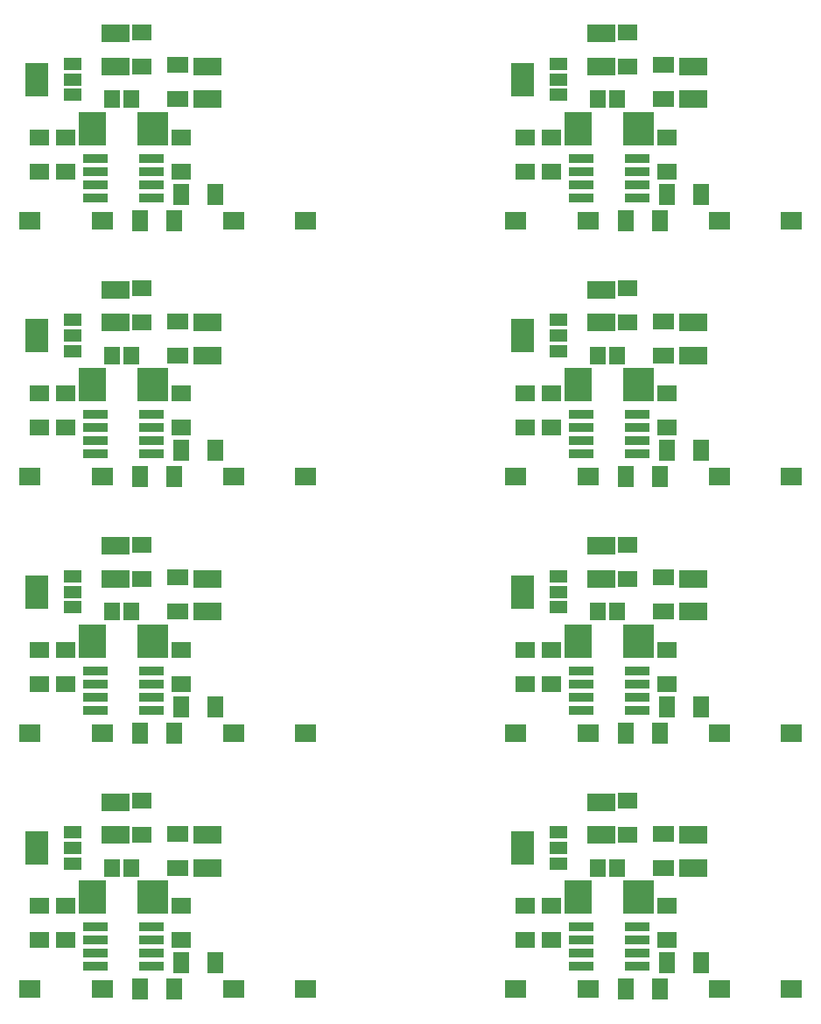
<source format=gbr>
%FSLAX34Y34*%
%MOMM*%
%LNSMDMASK_TOP*%
G71*
G01*
%ADD10R, 2.00X3.20*%
%ADD11R, 1.50X2.00*%
%ADD12R, 2.00X1.80*%
%ADD13R, 1.90X1.50*%
%ADD14R, 2.20X3.20*%
%ADD15R, 1.70X1.20*%
%ADD16R, 2.40X0.90*%
%ADD17R, 2.80X1.70*%
%ADD18R, 1.50X1.80*%
%ADD19R, 2.00X1.50*%
%LPD*%
X161950Y863575D02*
G54D10*
D03*
X222275Y863575D02*
G54D10*
D03*
X155600Y863575D02*
G54D10*
D03*
X212750Y863575D02*
G54D10*
D03*
X238150Y774675D02*
G54D11*
D03*
X205209Y774675D02*
G54D11*
D03*
X168300Y774675D02*
G54D12*
D03*
X98450Y774675D02*
G54D12*
D03*
X365150Y774675D02*
G54D12*
D03*
X295300Y774675D02*
G54D12*
D03*
X133375Y822300D02*
G54D13*
D03*
X133375Y855241D02*
G54D13*
D03*
X107975Y822300D02*
G54D13*
D03*
X107975Y855241D02*
G54D13*
D03*
X244500Y822300D02*
G54D13*
D03*
X244500Y855241D02*
G54D13*
D03*
X244500Y800075D02*
G54D11*
D03*
X277441Y800075D02*
G54D11*
D03*
X104800Y911200D02*
G54D14*
D03*
X139800Y896200D02*
G54D15*
D03*
X139800Y911200D02*
G54D15*
D03*
X139800Y926200D02*
G54D15*
D03*
X206400Y923900D02*
G54D13*
D03*
X206400Y956841D02*
G54D13*
D03*
X161950Y835000D02*
G54D16*
D03*
X161950Y822300D02*
G54D16*
D03*
X161950Y809600D02*
G54D16*
D03*
X161950Y796900D02*
G54D16*
D03*
X215950Y796900D02*
G54D16*
D03*
X215950Y809600D02*
G54D16*
D03*
X215950Y822300D02*
G54D16*
D03*
X215950Y835000D02*
G54D16*
D03*
X181000Y923900D02*
G54D17*
D03*
X181000Y955650D02*
G54D17*
D03*
X196875Y892150D02*
G54D18*
D03*
X177875Y892150D02*
G54D18*
D03*
X269900Y923900D02*
G54D17*
D03*
X269900Y892150D02*
G54D17*
D03*
X241325Y892150D02*
G54D19*
D03*
X241325Y925091D02*
G54D19*
D03*
X161950Y615925D02*
G54D10*
D03*
X222275Y615925D02*
G54D10*
D03*
X155600Y615925D02*
G54D10*
D03*
X212750Y615925D02*
G54D10*
D03*
X238150Y527025D02*
G54D11*
D03*
X205209Y527025D02*
G54D11*
D03*
X168300Y527025D02*
G54D12*
D03*
X98450Y527025D02*
G54D12*
D03*
X365150Y527025D02*
G54D12*
D03*
X295300Y527025D02*
G54D12*
D03*
X133375Y574650D02*
G54D13*
D03*
X133375Y607591D02*
G54D13*
D03*
X107975Y574650D02*
G54D13*
D03*
X107975Y607591D02*
G54D13*
D03*
X244500Y574650D02*
G54D13*
D03*
X244500Y607591D02*
G54D13*
D03*
X244500Y552425D02*
G54D11*
D03*
X277441Y552425D02*
G54D11*
D03*
X104800Y663550D02*
G54D14*
D03*
X139800Y648550D02*
G54D15*
D03*
X139800Y663550D02*
G54D15*
D03*
X139800Y678550D02*
G54D15*
D03*
X206400Y676250D02*
G54D13*
D03*
X206400Y709191D02*
G54D13*
D03*
X161950Y587350D02*
G54D16*
D03*
X161950Y574650D02*
G54D16*
D03*
X161950Y561950D02*
G54D16*
D03*
X161950Y549250D02*
G54D16*
D03*
X215950Y549250D02*
G54D16*
D03*
X215950Y561950D02*
G54D16*
D03*
X215950Y574650D02*
G54D16*
D03*
X215950Y587350D02*
G54D16*
D03*
X181000Y676250D02*
G54D17*
D03*
X181000Y708000D02*
G54D17*
D03*
X196875Y644500D02*
G54D18*
D03*
X177875Y644500D02*
G54D18*
D03*
X269900Y676250D02*
G54D17*
D03*
X269900Y644500D02*
G54D17*
D03*
X241325Y644500D02*
G54D19*
D03*
X241325Y677441D02*
G54D19*
D03*
X161950Y368275D02*
G54D10*
D03*
X222275Y368275D02*
G54D10*
D03*
X155600Y368275D02*
G54D10*
D03*
X212750Y368275D02*
G54D10*
D03*
X238150Y279375D02*
G54D11*
D03*
X205209Y279375D02*
G54D11*
D03*
X168300Y279375D02*
G54D12*
D03*
X98450Y279375D02*
G54D12*
D03*
X365150Y279375D02*
G54D12*
D03*
X295300Y279375D02*
G54D12*
D03*
X133375Y327000D02*
G54D13*
D03*
X133375Y359941D02*
G54D13*
D03*
X107975Y327000D02*
G54D13*
D03*
X107975Y359941D02*
G54D13*
D03*
X244500Y327000D02*
G54D13*
D03*
X244500Y359941D02*
G54D13*
D03*
X244500Y304775D02*
G54D11*
D03*
X277441Y304775D02*
G54D11*
D03*
X104800Y415900D02*
G54D14*
D03*
X139800Y400900D02*
G54D15*
D03*
X139800Y415900D02*
G54D15*
D03*
X139800Y430900D02*
G54D15*
D03*
X206400Y428600D02*
G54D13*
D03*
X206400Y461541D02*
G54D13*
D03*
X161950Y339700D02*
G54D16*
D03*
X161950Y327000D02*
G54D16*
D03*
X161950Y314300D02*
G54D16*
D03*
X161950Y301600D02*
G54D16*
D03*
X215950Y301600D02*
G54D16*
D03*
X215950Y314300D02*
G54D16*
D03*
X215950Y327000D02*
G54D16*
D03*
X215950Y339700D02*
G54D16*
D03*
X181000Y428600D02*
G54D17*
D03*
X181000Y460350D02*
G54D17*
D03*
X196875Y396850D02*
G54D18*
D03*
X177875Y396850D02*
G54D18*
D03*
X269900Y428600D02*
G54D17*
D03*
X269900Y396850D02*
G54D17*
D03*
X241325Y396850D02*
G54D19*
D03*
X241325Y429791D02*
G54D19*
D03*
X161950Y120625D02*
G54D10*
D03*
X222275Y120625D02*
G54D10*
D03*
X155600Y120625D02*
G54D10*
D03*
X212750Y120625D02*
G54D10*
D03*
X238150Y31725D02*
G54D11*
D03*
X205209Y31725D02*
G54D11*
D03*
X168300Y31725D02*
G54D12*
D03*
X98450Y31725D02*
G54D12*
D03*
X365150Y31725D02*
G54D12*
D03*
X295300Y31725D02*
G54D12*
D03*
X133375Y79350D02*
G54D13*
D03*
X133375Y112291D02*
G54D13*
D03*
X107975Y79350D02*
G54D13*
D03*
X107975Y112291D02*
G54D13*
D03*
X244500Y79350D02*
G54D13*
D03*
X244500Y112291D02*
G54D13*
D03*
X244500Y57125D02*
G54D11*
D03*
X277441Y57125D02*
G54D11*
D03*
X104800Y168250D02*
G54D14*
D03*
X139800Y153250D02*
G54D15*
D03*
X139800Y168250D02*
G54D15*
D03*
X139800Y183250D02*
G54D15*
D03*
X206400Y180950D02*
G54D13*
D03*
X206400Y213891D02*
G54D13*
D03*
X161950Y92050D02*
G54D16*
D03*
X161950Y79350D02*
G54D16*
D03*
X161950Y66650D02*
G54D16*
D03*
X161950Y53950D02*
G54D16*
D03*
X215950Y53950D02*
G54D16*
D03*
X215950Y66650D02*
G54D16*
D03*
X215950Y79350D02*
G54D16*
D03*
X215950Y92050D02*
G54D16*
D03*
X181000Y180950D02*
G54D17*
D03*
X181000Y212700D02*
G54D17*
D03*
X196875Y149200D02*
G54D18*
D03*
X177875Y149200D02*
G54D18*
D03*
X269900Y180950D02*
G54D17*
D03*
X269900Y149200D02*
G54D17*
D03*
X241325Y149200D02*
G54D19*
D03*
X241325Y182141D02*
G54D19*
D03*
X631850Y863575D02*
G54D10*
D03*
X692175Y863575D02*
G54D10*
D03*
X625500Y863575D02*
G54D10*
D03*
X682650Y863575D02*
G54D10*
D03*
X708050Y774675D02*
G54D11*
D03*
X675109Y774675D02*
G54D11*
D03*
X638200Y774675D02*
G54D12*
D03*
X568350Y774675D02*
G54D12*
D03*
X835050Y774675D02*
G54D12*
D03*
X765200Y774675D02*
G54D12*
D03*
X603275Y822300D02*
G54D13*
D03*
X603275Y855241D02*
G54D13*
D03*
X577875Y822300D02*
G54D13*
D03*
X577875Y855241D02*
G54D13*
D03*
X714400Y822300D02*
G54D13*
D03*
X714400Y855241D02*
G54D13*
D03*
X714400Y800075D02*
G54D11*
D03*
X747341Y800075D02*
G54D11*
D03*
X574700Y911200D02*
G54D14*
D03*
X609700Y896200D02*
G54D15*
D03*
X609700Y911200D02*
G54D15*
D03*
X609700Y926200D02*
G54D15*
D03*
X676300Y923900D02*
G54D13*
D03*
X676300Y956841D02*
G54D13*
D03*
X631850Y835000D02*
G54D16*
D03*
X631850Y822300D02*
G54D16*
D03*
X631850Y809600D02*
G54D16*
D03*
X631850Y796900D02*
G54D16*
D03*
X685850Y796900D02*
G54D16*
D03*
X685850Y809600D02*
G54D16*
D03*
X685850Y822300D02*
G54D16*
D03*
X685850Y835000D02*
G54D16*
D03*
X650900Y923900D02*
G54D17*
D03*
X650900Y955650D02*
G54D17*
D03*
X666775Y892150D02*
G54D18*
D03*
X647775Y892150D02*
G54D18*
D03*
X739800Y923900D02*
G54D17*
D03*
X739800Y892150D02*
G54D17*
D03*
X711225Y892150D02*
G54D19*
D03*
X711225Y925091D02*
G54D19*
D03*
X631850Y615925D02*
G54D10*
D03*
X692175Y615925D02*
G54D10*
D03*
X625500Y615925D02*
G54D10*
D03*
X682650Y615925D02*
G54D10*
D03*
X708050Y527025D02*
G54D11*
D03*
X675109Y527025D02*
G54D11*
D03*
X638200Y527025D02*
G54D12*
D03*
X568350Y527025D02*
G54D12*
D03*
X835050Y527025D02*
G54D12*
D03*
X765200Y527025D02*
G54D12*
D03*
X603275Y574650D02*
G54D13*
D03*
X603275Y607591D02*
G54D13*
D03*
X577875Y574650D02*
G54D13*
D03*
X577875Y607591D02*
G54D13*
D03*
X714400Y574650D02*
G54D13*
D03*
X714400Y607591D02*
G54D13*
D03*
X714400Y552425D02*
G54D11*
D03*
X747341Y552425D02*
G54D11*
D03*
X574700Y663550D02*
G54D14*
D03*
X609700Y648550D02*
G54D15*
D03*
X609700Y663550D02*
G54D15*
D03*
X609700Y678550D02*
G54D15*
D03*
X676300Y676250D02*
G54D13*
D03*
X676300Y709191D02*
G54D13*
D03*
X631850Y587350D02*
G54D16*
D03*
X631850Y574650D02*
G54D16*
D03*
X631850Y561950D02*
G54D16*
D03*
X631850Y549250D02*
G54D16*
D03*
X685850Y549250D02*
G54D16*
D03*
X685850Y561950D02*
G54D16*
D03*
X685850Y574650D02*
G54D16*
D03*
X685850Y587350D02*
G54D16*
D03*
X650900Y676250D02*
G54D17*
D03*
X650900Y708000D02*
G54D17*
D03*
X666775Y644500D02*
G54D18*
D03*
X647775Y644500D02*
G54D18*
D03*
X739800Y676250D02*
G54D17*
D03*
X739800Y644500D02*
G54D17*
D03*
X711225Y644500D02*
G54D19*
D03*
X711225Y677441D02*
G54D19*
D03*
X631850Y368275D02*
G54D10*
D03*
X692175Y368275D02*
G54D10*
D03*
X625500Y368275D02*
G54D10*
D03*
X682650Y368275D02*
G54D10*
D03*
X708050Y279375D02*
G54D11*
D03*
X675109Y279375D02*
G54D11*
D03*
X638200Y279375D02*
G54D12*
D03*
X568350Y279375D02*
G54D12*
D03*
X835050Y279375D02*
G54D12*
D03*
X765200Y279375D02*
G54D12*
D03*
X603275Y327000D02*
G54D13*
D03*
X603275Y359941D02*
G54D13*
D03*
X577875Y327000D02*
G54D13*
D03*
X577875Y359941D02*
G54D13*
D03*
X714400Y327000D02*
G54D13*
D03*
X714400Y359941D02*
G54D13*
D03*
X714400Y304775D02*
G54D11*
D03*
X747341Y304775D02*
G54D11*
D03*
X574700Y415900D02*
G54D14*
D03*
X609700Y400900D02*
G54D15*
D03*
X609700Y415900D02*
G54D15*
D03*
X609700Y430900D02*
G54D15*
D03*
X676300Y428600D02*
G54D13*
D03*
X676300Y461541D02*
G54D13*
D03*
X631850Y339700D02*
G54D16*
D03*
X631850Y327000D02*
G54D16*
D03*
X631850Y314300D02*
G54D16*
D03*
X631850Y301600D02*
G54D16*
D03*
X685850Y301600D02*
G54D16*
D03*
X685850Y314300D02*
G54D16*
D03*
X685850Y327000D02*
G54D16*
D03*
X685850Y339700D02*
G54D16*
D03*
X650900Y428600D02*
G54D17*
D03*
X650900Y460350D02*
G54D17*
D03*
X666775Y396850D02*
G54D18*
D03*
X647775Y396850D02*
G54D18*
D03*
X739800Y428600D02*
G54D17*
D03*
X739800Y396850D02*
G54D17*
D03*
X711225Y396850D02*
G54D19*
D03*
X711225Y429791D02*
G54D19*
D03*
X631850Y120625D02*
G54D10*
D03*
X692175Y120625D02*
G54D10*
D03*
X625500Y120625D02*
G54D10*
D03*
X682650Y120625D02*
G54D10*
D03*
X708050Y31725D02*
G54D11*
D03*
X675109Y31725D02*
G54D11*
D03*
X638200Y31725D02*
G54D12*
D03*
X568350Y31725D02*
G54D12*
D03*
X835050Y31725D02*
G54D12*
D03*
X765200Y31725D02*
G54D12*
D03*
X603275Y79350D02*
G54D13*
D03*
X603275Y112291D02*
G54D13*
D03*
X577875Y79350D02*
G54D13*
D03*
X577875Y112291D02*
G54D13*
D03*
X714400Y79350D02*
G54D13*
D03*
X714400Y112291D02*
G54D13*
D03*
X714400Y57125D02*
G54D11*
D03*
X747341Y57125D02*
G54D11*
D03*
X574700Y168250D02*
G54D14*
D03*
X609700Y153250D02*
G54D15*
D03*
X609700Y168250D02*
G54D15*
D03*
X609700Y183250D02*
G54D15*
D03*
X676300Y180950D02*
G54D13*
D03*
X676300Y213891D02*
G54D13*
D03*
X631850Y92050D02*
G54D16*
D03*
X631850Y79350D02*
G54D16*
D03*
X631850Y66650D02*
G54D16*
D03*
X631850Y53950D02*
G54D16*
D03*
X685850Y53950D02*
G54D16*
D03*
X685850Y66650D02*
G54D16*
D03*
X685850Y79350D02*
G54D16*
D03*
X685850Y92050D02*
G54D16*
D03*
X650900Y180950D02*
G54D17*
D03*
X650900Y212700D02*
G54D17*
D03*
X666775Y149200D02*
G54D18*
D03*
X647775Y149200D02*
G54D18*
D03*
X739800Y180950D02*
G54D17*
D03*
X739800Y149200D02*
G54D17*
D03*
X711225Y149200D02*
G54D19*
D03*
X711225Y182141D02*
G54D19*
D03*
M02*

</source>
